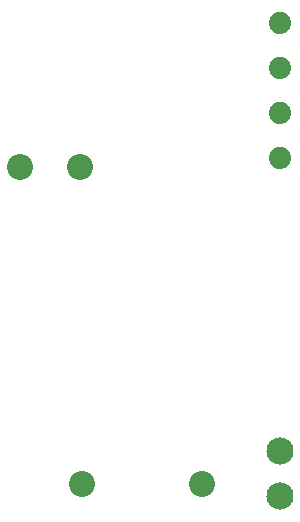
<source format=gbs>
G04 Layer: BottomSolderMaskLayer*
G04 EasyEDA v6.5.5, 2022-07-05 01:29:27*
G04 53968c1b96fc4b8a88d45afed03194a1,2d51f53f3cf64b0da7006fab460d3095,10*
G04 Gerber Generator version 0.2*
G04 Scale: 100 percent, Rotated: No, Reflected: No *
G04 Dimensions in millimeters *
G04 leading zeros omitted , absolute positions ,4 integer and 5 decimal *
%FSLAX45Y45*%
%MOMM*%

%ADD35C,1.8796*%
%ADD36C,2.3016*%
%ADD46C,2.2032*%

%LPD*%
D35*
G01*
X3263900Y4749800D03*
G01*
X3263900Y5892800D03*
G01*
X3263900Y5511800D03*
G01*
X3263900Y5130800D03*
D36*
G01*
X3263900Y2273300D03*
G01*
X3263900Y1892300D03*
D46*
G01*
X2603500Y1993900D03*
G01*
X1574800Y4673600D03*
G01*
X1587500Y1993900D03*
G01*
X1066800Y4673600D03*
M02*

</source>
